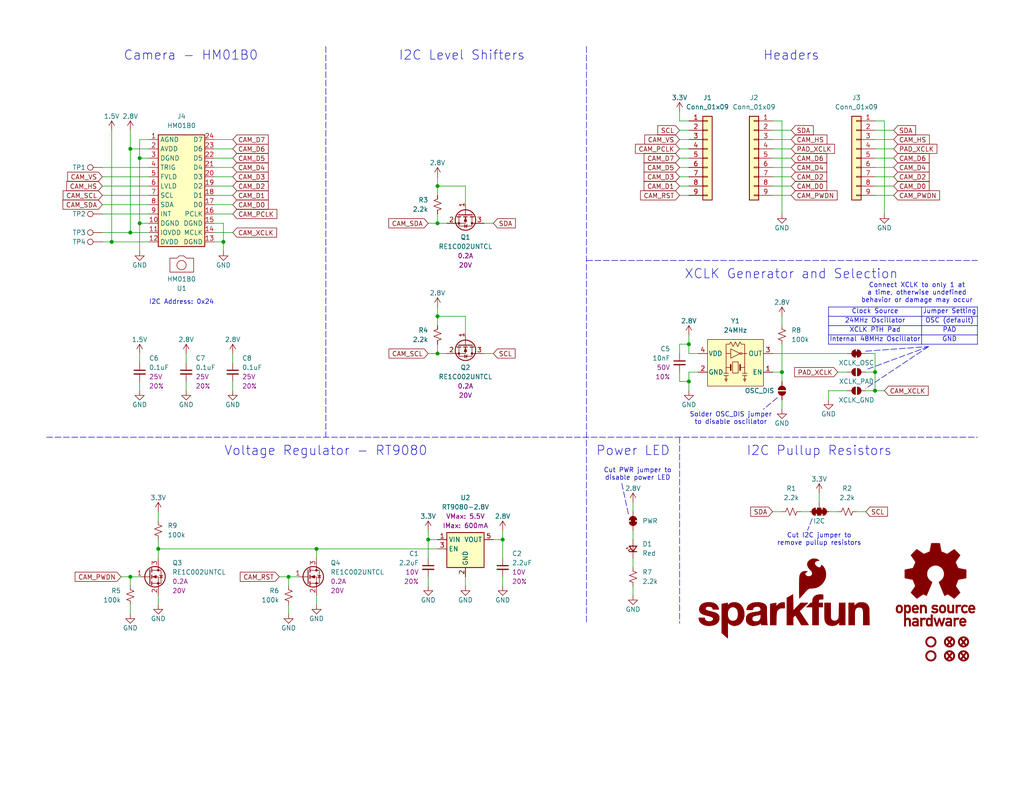
<source format=kicad_sch>
(kicad_sch (version 20250114) (generator "eeschema") (generator_version "9.0")
  (paper "USLetter")
  (title_block (title "SparkFun Camera Board - HM01B0") (date "2025-05-07") (rev "v10") (company "SparkFun Electronics") (comment 1 "Designed by: Dryw Wade"))
  (text "Connect XCLK to only 1 at\na time, otherwise undefined\nbehavior or damage may occur" (at 250.19 80.01 0) (effects (font (size 1.27 1.27))))
  (text "I2C Address: 0x24" (at 49.53 82.55 0) (effects (font (size 1.27 1.27))))
  (text "24MHz Oscillator" (at 238.76 87.63 0) (effects (font (size 1.27 1.27))))
  (text "Solder OSC_DIS jumper\nto disable oscillator" (at 199.39 114.3 0) (effects (font (size 1.27 1.27))))
  (text "Jumper Setting" (at 259.08 85.09 0) (effects (font (size 1.27 1.27))))
  (text "Cut I2C jumper to\nremove pullup resistors" (at 223.52 147.32 0) (effects (font (size 1.27 1.27))))
  (text "Camera - HM01B0" (at 52.07 15.24 0) (effects (font (size 2.54 2.54))))
  (text "Clock Source" (at 238.76 85.09 0) (effects (font (size 1.27 1.27))))
  (text "Headers" (at 215.9 15.24 0) (effects (font (size 2.54 2.54))))
  (text "I2C Pullup Resistors" (at 223.52 123.19 0) (effects (font (size 2.54 2.54))))
  (text "OSC (default)" (at 259.08 87.63 0) (effects (font (size 1.27 1.27))))
  (text "Voltage Regulator - RT9080" (at 88.9 123.19 0) (effects (font (size 2.54 2.54))))
  (text "GND" (at 259.08 92.71 0) (effects (font (size 1.27 1.27))))
  (text "Cut PWR jumper to\ndisable power LED" (at 173.99 129.54 0) (effects (font (size 1.27 1.27))))
  (text "Power LED" (at 172.72 123.19 0) (effects (font (size 2.54 2.54))))
  (text "XCLK Generator and Selection" (at 215.9 74.93 0) (effects (font (size 2.54 2.54))))
  (text "I2C Level Shifters " (at 127 15.24 0) (effects (font (size 2.54 2.54))))
  (text "XCLK PTH Pad" (at 238.76 90.17 0) (effects (font (size 1.27 1.27))))
  (text "Internal 48MHz Oscillator" (at 238.76 92.71 0) (effects (font (size 1.27 1.27))))
  (text "PAD" (at 259.08 90.17 0) (effects (font (size 1.27 1.27))))
  (junction (at 86.36 149.86))
  (junction (at 213.36 101.6))
  (junction (at 35.56 157.48))
  (junction (at 119.38 86.36))
  (junction (at 38.1 60.96))
  (junction (at 43.18 149.86))
  (junction (at 238.76 101.6))
  (junction (at 119.38 50.8))
  (junction (at 187.96 93.98))
  (junction (at 78.74 157.48))
  (junction (at 187.96 104.14))
  (junction (at 38.1 43.18))
  (junction (at 30.48 66.04))
  (junction (at 119.38 96.52))
  (junction (at 119.38 60.96))
  (junction (at 238.76 106.68))
  (junction (at 35.56 40.64))
  (junction (at 60.96 66.04))
  (junction (at 116.84 147.32))
  (junction (at 137.16 147.32))
  (junction (at 35.56 63.5))
  (wire (pts (xy 238.76 53.34) (xy 243.84 53.34)))
  (wire (pts (xy 236.22 139.7) (xy 233.68 139.7)))
  (wire (pts (xy 50.8 106.68) (xy 50.8 104.14)))
  (wire (pts (xy 185.42 104.14) (xy 187.96 104.14)))
  (polyline (pts (xy 221.615 141.605) (xy 220.345 144.78)) (stroke (width 0) (type dash)))
  (wire (pts (xy 43.18 142.24) (xy 43.18 139.7)))
  (wire (pts (xy 127 50.8) (xy 119.38 50.8)))
  (wire (pts (xy 210.82 40.64) (xy 215.9 40.64)))
  (wire (pts (xy 238.76 35.56) (xy 243.84 35.56)))
  (wire (pts (xy 27.94 55.88) (xy 40.64 55.88)))
  (polyline (pts (xy 160.02 71.12) (xy 266.7 71.12)) (stroke (width 0) (type dash)))
  (wire (pts (xy 238.76 40.64) (xy 243.84 40.64)))
  (wire (pts (xy 35.56 63.5) (xy 35.56 40.64)))
  (wire (pts (xy 185.42 48.26) (xy 187.96 48.26)))
  (wire (pts (xy 241.3 33.02) (xy 241.3 58.42)))
  (wire (pts (xy 40.64 45.72) (xy 27.94 45.72)))
  (wire (pts (xy 238.76 101.6) (xy 236.22 101.6)))
  (wire (pts (xy 185.42 53.34) (xy 187.96 53.34)))
  (wire (pts (xy 210.82 53.34) (xy 215.9 53.34)))
  (wire (pts (xy 63.5 50.8) (xy 58.42 50.8)))
  (wire (pts (xy 210.82 96.52) (xy 231.14 96.52)))
  (wire (pts (xy 185.42 38.1) (xy 187.96 38.1)))
  (wire (pts (xy 213.36 86.36) (xy 213.36 88.9)))
  (wire (pts (xy 119.38 93.98) (xy 119.38 96.52)))
  (wire (pts (xy 185.42 93.98) (xy 187.96 93.98)))
  (wire (pts (xy 86.36 165.1) (xy 86.36 162.56)))
  (wire (pts (xy 27.94 48.26) (xy 40.64 48.26)))
  (wire (pts (xy 58.42 66.04) (xy 60.96 66.04)))
  (wire (pts (xy 40.64 38.1) (xy 38.1 38.1)))
  (polyline (pts (xy 171.45 140.335) (xy 169.545 131.445)) (stroke (width 0) (type dash)))
  (wire (pts (xy 119.38 83.82) (xy 119.38 86.36)))
  (wire (pts (xy 210.82 139.7) (xy 213.36 139.7)))
  (wire (pts (xy 38.1 60.96) (xy 40.64 60.96)))
  (wire (pts (xy 172.72 152.4) (xy 172.72 154.94)))
  (wire (pts (xy 172.72 160.02) (xy 172.72 162.56)))
  (wire (pts (xy 137.16 144.78) (xy 137.16 147.32)))
  (wire (pts (xy 40.64 63.5) (xy 35.56 63.5)))
  (wire (pts (xy 63.5 55.88) (xy 58.42 55.88)))
  (wire (pts (xy 35.56 157.48) (xy 35.56 160.02)))
  (wire (pts (xy 119.38 96.52) (xy 121.92 96.52)))
  (wire (pts (xy 116.84 147.32) (xy 116.84 144.78)))
  (wire (pts (xy 185.42 33.02) (xy 185.42 30.48)))
  (wire (pts (xy 50.8 96.52) (xy 50.8 99.06)))
  (wire (pts (xy 134.62 96.52) (xy 132.08 96.52)))
  (wire (pts (xy 40.64 58.42) (xy 27.94 58.42)))
  (wire (pts (xy 210.82 101.6) (xy 213.36 101.6)))
  (wire (pts (xy 231.14 101.6) (xy 228.6 101.6)))
  (polyline (pts (xy 226.06 83.82) (xy 266.7 83.82)))
  (wire (pts (xy 223.52 134.62) (xy 223.52 137.16)))
  (wire (pts (xy 63.5 53.34) (xy 58.42 53.34)))
  (wire (pts (xy 210.82 45.72) (xy 215.9 45.72)))
  (polyline (pts (xy 160.02 12.7) (xy 160.02 170.18)) (stroke (width 0) (type dash)))
  (polyline (pts (xy 253.365 94.615) (xy 236.22 106.045)) (stroke (width 0) (type dash)))
  (wire (pts (xy 63.5 40.64) (xy 58.42 40.64)))
  (wire (pts (xy 35.56 167.64) (xy 35.56 165.1)))
  (wire (pts (xy 38.1 96.52) (xy 38.1 99.06)))
  (wire (pts (xy 190.5 101.6) (xy 187.96 101.6)))
  (wire (pts (xy 116.84 147.32) (xy 116.84 152.4)))
  (wire (pts (xy 238.76 43.18) (xy 243.84 43.18)))
  (wire (pts (xy 27.94 50.8) (xy 40.64 50.8)))
  (wire (pts (xy 78.74 167.64) (xy 78.74 165.1)))
  (wire (pts (xy 38.1 60.96) (xy 38.1 68.58)))
  (wire (pts (xy 210.82 48.26) (xy 215.9 48.26)))
  (wire (pts (xy 43.18 152.4) (xy 43.18 149.86)))
  (wire (pts (xy 27.94 63.5) (xy 35.56 63.5)))
  (wire (pts (xy 134.62 147.32) (xy 137.16 147.32)))
  (wire (pts (xy 35.56 40.64) (xy 35.56 35.56)))
  (wire (pts (xy 238.76 50.8) (xy 243.84 50.8)))
  (wire (pts (xy 238.76 45.72) (xy 243.84 45.72)))
  (wire (pts (xy 78.74 157.48) (xy 78.74 160.02)))
  (wire (pts (xy 187.96 96.52) (xy 187.96 93.98)))
  (polyline (pts (xy 226.06 93.98) (xy 266.7 93.98)))
  (polyline (pts (xy 185.42 119.38) (xy 185.42 170.18)) (stroke (width 0) (type dash)))
  (wire (pts (xy 116.84 157.48) (xy 116.84 160.02)))
  (wire (pts (xy 137.16 147.32) (xy 137.16 152.4)))
  (wire (pts (xy 218.44 139.7) (xy 220.98 139.7)))
  (wire (pts (xy 43.18 165.1) (xy 43.18 162.56)))
  (wire (pts (xy 213.36 93.98) (xy 213.36 101.6)))
  (wire (pts (xy 127 86.36) (xy 119.38 86.36)))
  (wire (pts (xy 210.82 50.8) (xy 215.9 50.8)))
  (wire (pts (xy 63.5 106.68) (xy 63.5 104.14)))
  (polyline (pts (xy 226.06 86.36) (xy 266.7 86.36)))
  (wire (pts (xy 127 55.88) (xy 127 50.8)))
  (wire (pts (xy 185.42 101.6) (xy 185.42 104.14)))
  (wire (pts (xy 172.72 137.16) (xy 172.72 139.7)))
  (wire (pts (xy 190.5 96.52) (xy 187.96 96.52)))
  (wire (pts (xy 210.82 43.18) (xy 215.9 43.18)))
  (wire (pts (xy 185.42 45.72) (xy 187.96 45.72)))
  (wire (pts (xy 187.96 104.14) (xy 187.96 106.68)))
  (wire (pts (xy 238.76 96.52) (xy 238.76 101.6)))
  (wire (pts (xy 119.38 50.8) (xy 119.38 53.34)))
  (wire (pts (xy 63.5 96.52) (xy 63.5 99.06)))
  (wire (pts (xy 33.02 157.48) (xy 35.56 157.48)))
  (wire (pts (xy 58.42 60.96) (xy 60.96 60.96)))
  (wire (pts (xy 58.42 58.42) (xy 63.5 58.42)))
  (wire (pts (xy 210.82 33.02) (xy 213.36 33.02)))
  (wire (pts (xy 185.42 40.64) (xy 187.96 40.64)))
  (wire (pts (xy 119.38 48.26) (xy 119.38 50.8)))
  (wire (pts (xy 38.1 43.18) (xy 40.64 43.18)))
  (wire (pts (xy 60.96 66.04) (xy 60.96 68.58)))
  (wire (pts (xy 43.18 147.32) (xy 43.18 149.86)))
  (wire (pts (xy 238.76 38.1) (xy 243.84 38.1)))
  (wire (pts (xy 185.42 35.56) (xy 187.96 35.56)))
  (wire (pts (xy 38.1 43.18) (xy 38.1 60.96)))
  (polyline (pts (xy 226.06 91.44) (xy 266.7 91.44)))
  (wire (pts (xy 226.06 139.7) (xy 228.6 139.7)))
  (wire (pts (xy 231.14 106.68) (xy 226.06 106.68)))
  (wire (pts (xy 78.74 157.48) (xy 81.28 157.48)))
  (wire (pts (xy 187.96 101.6) (xy 187.96 104.14)))
  (polyline (pts (xy 266.7 93.98) (xy 266.7 83.82)))
  (wire (pts (xy 119.38 60.96) (xy 121.92 60.96)))
  (wire (pts (xy 187.96 93.98) (xy 187.96 91.44)))
  (wire (pts (xy 27.94 66.04) (xy 30.48 66.04)))
  (wire (pts (xy 116.84 60.96) (xy 119.38 60.96)))
  (wire (pts (xy 63.5 63.5) (xy 58.42 63.5)))
  (polyline (pts (xy 88.9 12.7) (xy 88.9 119.38)) (stroke (width 0) (type dash)))
  (wire (pts (xy 30.48 66.04) (xy 30.48 35.56)))
  (wire (pts (xy 238.76 48.26) (xy 243.84 48.26)))
  (wire (pts (xy 238.76 106.68) (xy 238.76 101.6)))
  (wire (pts (xy 236.22 106.68) (xy 238.76 106.68)))
  (wire (pts (xy 185.42 50.8) (xy 187.96 50.8)))
  (wire (pts (xy 119.38 86.36) (xy 119.38 88.9)))
  (wire (pts (xy 127 157.48) (xy 127 160.02)))
  (wire (pts (xy 213.36 101.6) (xy 213.36 104.14)))
  (wire (pts (xy 63.5 38.1) (xy 58.42 38.1)))
  (wire (pts (xy 86.36 149.86) (xy 119.38 149.86)))
  (wire (pts (xy 63.5 48.26) (xy 58.42 48.26)))
  (wire (pts (xy 210.82 38.1) (xy 215.9 38.1)))
  (wire (pts (xy 38.1 106.68) (xy 38.1 104.14)))
  (wire (pts (xy 241.3 106.68) (xy 238.76 106.68)))
  (wire (pts (xy 238.76 33.02) (xy 241.3 33.02)))
  (wire (pts (xy 35.56 157.48) (xy 38.1 157.48)))
  (wire (pts (xy 30.48 66.04) (xy 40.64 66.04)))
  (wire (pts (xy 238.76 96.52) (xy 236.22 96.52)))
  (polyline (pts (xy 236.22 95.885) (xy 253.365 94.615)) (stroke (width 0) (type dash)))
  (wire (pts (xy 137.16 157.48) (xy 137.16 160.02)))
  (wire (pts (xy 213.36 33.02) (xy 213.36 58.42)))
  (wire (pts (xy 76.2 157.48) (xy 78.74 157.48)))
  (wire (pts (xy 43.18 149.86) (xy 86.36 149.86)))
  (polyline (pts (xy 251.46 93.98) (xy 251.46 83.82)))
  (polyline (pts (xy 226.06 83.82) (xy 226.06 93.98)))
  (wire (pts (xy 213.36 109.22) (xy 213.36 111.76)))
  (wire (pts (xy 226.06 106.68) (xy 226.06 109.22)))
  (wire (pts (xy 35.56 40.64) (xy 40.64 40.64)))
  (wire (pts (xy 127 91.44) (xy 127 86.36)))
  (wire (pts (xy 187.96 33.02) (xy 185.42 33.02)))
  (wire (pts (xy 86.36 152.4) (xy 86.36 149.86)))
  (wire (pts (xy 134.62 60.96) (xy 132.08 60.96)))
  (wire (pts (xy 119.38 147.32) (xy 116.84 147.32)))
  (wire (pts (xy 185.42 43.18) (xy 187.96 43.18)))
  (wire (pts (xy 172.72 144.78) (xy 172.72 147.32)))
  (polyline (pts (xy 212.09 108.585) (xy 208.28 111.76)) (stroke (width 0) (type dash)))
  (wire (pts (xy 119.38 58.42) (xy 119.38 60.96)))
  (wire (pts (xy 63.5 43.18) (xy 58.42 43.18)))
  (wire (pts (xy 63.5 45.72) (xy 58.42 45.72)))
  (wire (pts (xy 185.42 96.52) (xy 185.42 93.98)))
  (wire (pts (xy 38.1 38.1) (xy 38.1 43.18)))
  (polyline (pts (xy 253.365 94.615) (xy 236.22 100.965)) (stroke (width 0) (type dash)))
  (polyline (pts (xy 226.06 88.9) (xy 266.7 88.9)))
  (wire (pts (xy 210.82 35.56) (xy 215.9 35.56)))
  (wire (pts (xy 60.96 60.96) (xy 60.96 66.04)))
  (wire (pts (xy 116.84 96.52) (xy 119.38 96.52)))
  (wire (pts (xy 27.94 53.34) (xy 40.64 53.34)))
  (polyline (pts (xy 12.7 119.38) (xy 266.7 119.38)) (stroke (width 0) (type dash)))
  (global_label "CAM_VS" (shape input) (at 27.94 48.26 180) (property "Intersheetrefs" "${INTERSHEET_REFS}" (effects (hide yes))))
  (global_label "CAM_PCLK" (shape input) (at 185.42 40.64 180) (property "Intersheetrefs" "${INTERSHEET_REFS}" (effects (hide yes))))
  (global_label "SDA" (shape input) (at 215.9 35.56 0) (property "Intersheetrefs" "${INTERSHEET_REFS}" (effects (hide yes))))
  (global_label "CAM_D2" (shape input) (at 215.9 48.26 0) (property "Intersheetrefs" "${INTERSHEET_REFS}" (effects (hide yes))))
  (global_label "CAM_XCLK" (shape input) (at 63.5 63.5 0) (property "Intersheetrefs" "${INTERSHEET_REFS}" (effects (hide yes))))
  (global_label "CAM_D2" (shape input) (at 63.5 50.8 0) (property "Intersheetrefs" "${INTERSHEET_REFS}" (effects (hide yes))))
  (global_label "CAM_HS" (shape input) (at 243.84 38.1 0) (property "Intersheetrefs" "${INTERSHEET_REFS}" (effects (hide yes))))
  (global_label "CAM_D4" (shape input) (at 63.5 45.72 0) (property "Intersheetrefs" "${INTERSHEET_REFS}" (effects (hide yes))))
  (global_label "CAM_D5" (shape input) (at 185.42 45.72 180) (property "Intersheetrefs" "${INTERSHEET_REFS}" (effects (hide yes))))
  (global_label "CAM_D1" (shape input) (at 63.5 53.34 0) (property "Intersheetrefs" "${INTERSHEET_REFS}" (effects (hide yes))))
  (global_label "SCL" (shape input) (at 134.62 96.52 0) (property "Intersheetrefs" "${INTERSHEET_REFS}" (effects (hide yes))))
  (global_label "PAD_XCLK" (shape input) (at 243.84 40.64 0) (property "Intersheetrefs" "${INTERSHEET_REFS}" (effects (hide yes))))
  (global_label "CAM_D0" (shape input) (at 215.9 50.8 0) (property "Intersheetrefs" "${INTERSHEET_REFS}" (effects (hide yes))))
  (global_label "CAM_PWDN" (shape input) (at 243.84 53.34 0) (property "Intersheetrefs" "${INTERSHEET_REFS}" (effects (hide yes))))
  (global_label "CAM_D6" (shape input) (at 243.84 43.18 0) (property "Intersheetrefs" "${INTERSHEET_REFS}" (effects (hide yes))))
  (global_label "CAM_D3" (shape input) (at 63.5 48.26 0) (property "Intersheetrefs" "${INTERSHEET_REFS}" (effects (hide yes))))
  (global_label "CAM_D7" (shape input) (at 63.5 38.1 0) (property "Intersheetrefs" "${INTERSHEET_REFS}" (effects (hide yes))))
  (global_label "CAM_D6" (shape input) (at 215.9 43.18 0) (property "Intersheetrefs" "${INTERSHEET_REFS}" (effects (hide yes))))
  (global_label "PAD_XCLK" (shape input) (at 215.9 40.64 0) (property "Intersheetrefs" "${INTERSHEET_REFS}" (effects (hide yes))))
  (global_label "CAM_SDA" (shape input) (at 27.94 55.88 180) (property "Intersheetrefs" "${INTERSHEET_REFS}" (effects (hide yes))))
  (global_label "CAM_HS" (shape input) (at 27.94 50.8 180) (property "Intersheetrefs" "${INTERSHEET_REFS}" (effects (hide yes))))
  (global_label "CAM_D4" (shape input) (at 215.9 45.72 0) (property "Intersheetrefs" "${INTERSHEET_REFS}" (effects (hide yes))))
  (global_label "CAM_PWDN" (shape input) (at 33.02 157.48 180) (property "Intersheetrefs" "${INTERSHEET_REFS}" (effects (hide yes))))
  (global_label "SDA" (shape input) (at 134.62 60.96 0) (property "Intersheetrefs" "${INTERSHEET_REFS}" (effects (hide yes))))
  (global_label "CAM_RST" (shape input) (at 76.2 157.48 180) (property "Intersheetrefs" "${INTERSHEET_REFS}" (effects (hide yes))))
  (global_label "CAM_D4" (shape input) (at 243.84 45.72 0) (property "Intersheetrefs" "${INTERSHEET_REFS}" (effects (hide yes))))
  (global_label "CAM_D5" (shape input) (at 63.5 43.18 0) (property "Intersheetrefs" "${INTERSHEET_REFS}" (effects (hide yes))))
  (global_label "CAM_D0" (shape input) (at 63.5 55.88 0) (property "Intersheetrefs" "${INTERSHEET_REFS}" (effects (hide yes))))
  (global_label "CAM_VS" (shape input) (at 185.42 38.1 180) (property "Intersheetrefs" "${INTERSHEET_REFS}" (effects (hide yes))))
  (global_label "CAM_D6" (shape input) (at 63.5 40.64 0) (property "Intersheetrefs" "${INTERSHEET_REFS}" (effects (hide yes))))
  (global_label "CAM_D3" (shape input) (at 185.42 48.26 180) (property "Intersheetrefs" "${INTERSHEET_REFS}" (effects (hide yes))))
  (global_label "SDA" (shape input) (at 243.84 35.56 0) (property "Intersheetrefs" "${INTERSHEET_REFS}" (effects (hide yes))))
  (global_label "CAM_PCLK" (shape input) (at 63.5 58.42 0) (property "Intersheetrefs" "${INTERSHEET_REFS}" (effects (hide yes))))
  (global_label "SCL" (shape input) (at 236.22 139.7 0) (property "Intersheetrefs" "${INTERSHEET_REFS}" (effects (hide yes))))
  (global_label "CAM_SCL" (shape input) (at 116.84 96.52 180) (property "Intersheetrefs" "${INTERSHEET_REFS}" (effects (hide yes))))
  (global_label "SCL" (shape input) (at 185.42 35.56 180) (property "Intersheetrefs" "${INTERSHEET_REFS}" (effects (hide yes))))
  (global_label "CAM_D1" (shape input) (at 185.42 50.8 180) (property "Intersheetrefs" "${INTERSHEET_REFS}" (effects (hide yes))))
  (global_label "CAM_PWDN" (shape input) (at 215.9 53.34 0) (property "Intersheetrefs" "${INTERSHEET_REFS}" (effects (hide yes))))
  (global_label "SDA" (shape input) (at 210.82 139.7 180) (property "Intersheetrefs" "${INTERSHEET_REFS}" (effects (hide yes))))
  (global_label "CAM_XCLK" (shape input) (at 241.3 106.68 0) (property "Intersheetrefs" "${INTERSHEET_REFS}" (effects (hide yes))))
  (global_label "CAM_D0" (shape input) (at 243.84 50.8 0) (property "Intersheetrefs" "${INTERSHEET_REFS}" (effects (hide yes))))
  (global_label "CAM_D2" (shape input) (at 243.84 48.26 0) (property "Intersheetrefs" "${INTERSHEET_REFS}" (effects (hide yes))))
  (global_label "CAM_SCL" (shape input) (at 27.94 53.34 180) (property "Intersheetrefs" "${INTERSHEET_REFS}" (effects (hide yes))))
  (global_label "PAD_XCLK" (shape input) (at 228.6 101.6 180) (property "Intersheetrefs" "${INTERSHEET_REFS}" (effects (hide yes))))
  (global_label "CAM_D7" (shape input) (at 185.42 43.18 180) (property "Intersheetrefs" "${INTERSHEET_REFS}" (effects (hide yes))))
  (global_label "CAM_SDA" (shape input) (at 116.84 60.96 180) (property "Intersheetrefs" "${INTERSHEET_REFS}" (effects (hide yes))))
  (global_label "CAM_RST" (shape input) (at 185.42 53.34 180) (property "Intersheetrefs" "${INTERSHEET_REFS}" (effects (hide yes))))
  (global_label "CAM_HS" (shape input) (at 215.9 38.1 0) (property "Intersheetrefs" "${INTERSHEET_REFS}" (effects (hide yes))))
  (symbol (lib_id "SparkFun-PowerSymbol:GND") (at 172.72 162.56 0) (unit 1)
    (property "Reference" "#PWR036" (effects (hide yes)))
    (property "Value" "GND" (at 172.72 166.37 0))
    (property "Description" "Power symbol creates a global label with name \"GND\" , ground" (effects (hide yes)))
  )
  (symbol (lib_id "SparkFun-PowerSymbol:3.3V") (at 43.18 139.7 0) (unit 1)
    (property "Reference" "#PWR038" (effects (hide yes)))
    (property "Value" "3.3V" (at 43.18 135.89 0))
    (property "Description" "Power symbol creates a global label with name \"3.3V\"" (effects (hide yes)))
  )
  (symbol (lib_id "SparkFun-PowerSymbol:GND") (at 86.36 165.1 0) (unit 1)
    (property "Reference" "#PWR020" (effects (hide yes)))
    (property "Value" "GND" (at 86.36 168.91 0))
    (property "Description" "Power symbol creates a global label with name \"GND\" , ground" (effects (hide yes)))
  )
  (symbol (lib_id "SparkFun-Capacitor:0.1uF_0603_25V_20%") (at 63.5 101.6 0) (unit 1)
    (property "Reference" "C8" (at 66.04 97.7962 0) (effects (justify left)))
    (property "Value" "0.1uF" (at 66.04 100.3362 0) (effects (justify left)))
    (property "Footprint" "SparkFun-Capacitor:C_0603_1608Metric" (effects (hide yes)))
    (property "Datasheet" "https://cdn.sparkfun.com/assets/8/a/4/a/5/Kemet_Capacitor_Datasheet.pdf" (effects (hide yes)))
    (property "Description" "Unpolarized capacitor" (effects (hide yes)))
    (property "PROD_ID" "CAP-00810" (effects (hide yes)))
    (property "Voltage" "25V" (at 66.04 102.8762 0) (effects (justify left)))
    (property "Tolerance" "20%" (at 66.04 105.4162 0) (effects (justify left)))
  )
  (symbol (lib_id "SparkFun-PowerSymbol:2.8V") (at 50.8 96.52 0) (unit 1)
    (property "Reference" "#PWR033" (effects (hide yes)))
    (property "Value" "2.8V" (at 50.8 92.71 0))
    (property "Description" "Power symbol creates a global label with name \"2.8V\"" (effects (hide yes)))
  )
  (symbol (lib_id "SparkFun-PowerSymbol:GND") (at 213.36 111.76 0) (unit 1)
    (property "Reference" "#PWR027" (effects (hide yes)))
    (property "Value" "GND" (at 213.36 115.57 0))
    (property "Description" "Power symbol creates a global label with name \"GND\" , ground" (effects (hide yes)))
  )
  (symbol (lib_id "SparkFun-Jumper:SolderJumper_2_Open_No_Silk") (at 233.68 101.6 0) (unit 1)
    (property "Reference" "JP2" (effects (hide yes)))
    (property "Value" "XCLK_PAD" (at 233.68 104.14 0))
    (property "Footprint" "SparkFun-Jumper:Jumper_2_NO_NoSilk" (effects (hide yes)))
    (property "Description" "Solder Jumper, 2-pole, open" (effects (hide yes)))
  )
  (symbol (lib_id "SparkFun-Resistor:2.2k_0603") (at 231.14 139.7 0) (unit 1)
    (property "Reference" "R2" (at 231.14 133.35 0))
    (property "Value" "2.2k" (at 231.14 135.89 0))
    (property "Footprint" "SparkFun-Resistor:R_0603_1608Metric" (effects (hide yes)))
    (property "Datasheet" "https://www.vishay.com/docs/20035/dcrcwe3.pdf" (effects (hide yes)))
    (property "Description" "Resistor" (effects (hide yes)))
    (property "PROD_ID" "RES-08272" (effects (hide yes)))
  )
  (symbol (lib_id "SparkFun-PowerSymbol:2.8V") (at 213.36 86.36 0) (unit 1)
    (property "Reference" "#PWR035" (effects (hide yes)))
    (property "Value" "2.8V" (at 213.36 82.55 0))
    (property "Description" "Power symbol creates a global label with name \"2.8V\"" (effects (hide yes)))
  )
  (symbol (lib_id "SparkFun-Connector:TestPoint_1.25mm") (at 27.94 45.72 90) (mirror x) (unit 1)
    (property "Reference" "TP1" (at 21.59 45.72 90))
    (property "Value" "1.25mm" (effects (hide yes)))
    (property "Footprint" "SparkFun-Connector:TestPoint-1.25mm" (effects (hide yes)))
    (property "Description" "Test Point" (effects (hide yes)))
  )
  (symbol (lib_id "SparkFun-Hardware:Standoff") (at 254 175.26 0) (unit 1)
    (property "Reference" "ST1" (effects (hide yes)))
    (property "Value" "Standoff" (effects (hide yes)))
    (property "Footprint" "SparkFun-Hardware:Standoff" (effects (hide yes)))
    (property "Description" "Drill holes for mechanically mounting via screws, standoffs, etc." (effects (hide yes)))
  )
  (symbol (lib_id "SparkFun-Resistor:2.2k_0603") (at 172.72 157.48 90) (unit 1)
    (property "Reference" "R7" (at 175.26 156.2099 90) (effects (justify right)))
    (property "Value" "2.2k" (at 175.26 158.7499 90) (effects (justify right)))
    (property "Footprint" "SparkFun-Resistor:R_0603_1608Metric" (effects (hide yes)))
    (property "Datasheet" "https://www.vishay.com/docs/20035/dcrcwe3.pdf" (effects (hide yes)))
    (property "Description" "Resistor" (effects (hide yes)))
    (property "PROD_ID" "RES-08272" (effects (hide yes)))
  )
  (symbol (lib_id "SparkFun-Aesthetic:SparkFun_Logo") (at 213.36 167.64 0) (unit 1) (on_board no)
    (property "Reference" "G1" (effects (hide yes)))
    (property "Value" "SparkFun_Logo" (effects (hide yes)))
    (property "Footprint" "SparkFun-Aesthetic:SparkFun_Logo_8mm" (effects (hide yes)))
  )
  (symbol (lib_id "SparkFun-Camera:Camera_HM01B0_Outline") (at 49.53 72.39 0) (unit 1)
    (property "Reference" "U1" (at 49.5935 78.74 0))
    (property "Value" "HM01B0" (at 49.53 76.2 0))
    (property "Footprint" "lcd-tft:HM01B0-ANA-00FT870" (effects (hide yes)))
    (property "Datasheet" "https://mm.digikey.com/Volume0/opasdata/d220001/medias/docus/5458/HM01B0-ANA-00FT870.pdf" (effects (hide yes)))
    (property "PROD_ID" "SEN-25897" (effects (hide yes)))
  )
  (symbol (lib_id "SparkFun-Capacitor:2.2uF_0603_10V_20%") (at 137.16 154.94 0) (unit 1)
    (property "Reference" "C2" (at 139.7 151.1362 0) (effects (justify left)))
    (property "Value" "2.2uF" (at 139.7 153.6762 0) (effects (justify left)))
    (property "Footprint" "SparkFun-Capacitor:C_0603_1608Metric" (effects (hide yes)))
    (property "Datasheet" "https://cdn.sparkfun.com/assets/8/a/4/a/5/Kemet_Capacitor_Datasheet.pdf" (effects (hide yes)))
    (property "Description" "Unpolarized capacitor" (effects (hide yes)))
    (property "PROD_ID" "CAP-07888" (effects (hide yes)))
    (property "Voltage" "10V" (at 139.7 156.2162 0) (effects (justify left)))
    (property "Tolerance" "20%" (at 139.7 158.7562 0) (effects (justify left)))
  )
  (symbol (lib_id "SparkFun-Connector:Conn_01x09") (at 193.04 43.18 0) (unit 1)
    (property "Reference" "J1" (at 193.04 26.67 0))
    (property "Value" "Conn_01x09" (at 193.04 29.21 0))
    (property "Footprint" "SparkFun-Connector:1x09" (effects (hide yes)))
    (property "Description" "Basic 0.1\" PTH" (effects (hide yes)))
  )
  (symbol (lib_id "SparkFun-Regulator:RT9080-2.8") (at 127 149.86 0) (unit 1)
    (property "Reference" "U2" (at 127 135.89 0))
    (property "Value" "RT9080-2.8V" (at 127 138.43 0))
    (property "Footprint" "SparkFun-Semiconductor-Standard:SOT23-5" (effects (hide yes)))
    (property "Datasheet" "https://www.richtek.com/SaveDownload.aspx?specid=RT9080" (effects (hide yes)))
    (property "Description" "600mA low dropout linear regulator, with enable pin, 3.8V-6V input voltage range, 2.8V fixed positive output, SOT-23-5" (effects (hide yes)))
    (property "PROD_ID" "VREG-25608" (effects (hide yes)))
    (property "VMax" "5.5V" (at 127 140.97 0) (show_name yes))
    (property "IMax" "600mA" (at 127 143.51 0) (show_name yes))
    (property "Iq" "4uA" (effects (hide yes)))
  )
  (symbol (lib_id "SparkFun-Jumper:SolderJumper_3_Bridged123") (at 223.52 139.7 180) (unit 1)
    (property "Reference" "JP1" (effects (hide yes)))
    (property "Value" "I2C" (at 223.52 142.24 0))
    (property "Footprint" "SparkFun-Jumper:Jumper_3_NC-2_Trace" (effects (hide yes)))
    (property "Description" "Solder Jumper, 3-pole, pins 1+2+3 closed/bridged" (effects (hide yes)))
  )
  (symbol (lib_id "SparkFun-DiscreteSemi:Q_NMOS_0.2A_20V") (at 127 58.42 270) (unit 1)
    (property "Reference" "Q1" (at 127 64.77 90))
    (property "Value" "RE1C002UNTCL" (at 127 67.31 90))
    (property "Footprint" "SparkFun-Semiconductor-Standard:SC-89 SOT-490" (effects (hide yes)))
    (property "Datasheet" "https://fscdn.rohm.com/en/products/databook/datasheet/discrete/transistor/mosfet/re1c002untcl-e.pdf" (effects (hide yes)))
    (property "Description" "N-MOSFET transistor, drain/gate/source" (effects (hide yes)))
    (property "PROD_ID" "TRANS-14399" (effects (hide yes)))
    (property "IMax" "0.2A" (at 127 69.85 90))
    (property "VMax" "20V" (at 127 72.39 90))
  )
  (symbol (lib_id "SparkFun-Resistor:100k_0603") (at 78.74 162.56 90) (unit 1)
    (property "Reference" "R6" (at 76.2 161.2899 90) (effects (justify left)))
    (property "Value" "100k" (at 76.2 163.8299 90) (effects (justify left)))
    (property "Footprint" "SparkFun-Resistor:R_0603_1608Metric" (effects (hide yes)))
    (property "Datasheet" "https://www.vishay.com/docs/20035/dcrcwe3.pdf" (effects (hide yes)))
    (property "Description" "Resistor" (effects (hide yes)))
    (property "PROD_ID" "RES-07828" (effects (hide yes)))
  )
  (symbol (lib_id "SparkFun-Connector:TestPoint_1.25mm") (at 27.94 58.42 90) (mirror x) (unit 1)
    (property "Reference" "TP2" (at 21.59 58.42 90))
    (property "Value" "1.25mm" (effects (hide yes)))
    (property "Footprint" "SparkFun-Connector:TestPoint-1.25mm" (effects (hide yes)))
    (property "Description" "Test Point" (effects (hide yes)))
  )
  (symbol (lib_id "SparkFun-PowerSymbol:1.5V") (at 38.1 96.52 0) (unit 1)
    (property "Reference" "#PWR032" (effects (hide yes)))
    (property "Value" "1.5V" (at 38.1 92.71 0))
    (property "Description" "Power symbol creates a global label with name \"1.5V\"" (effects (hide yes)))
  )
  (symbol (lib_id "SparkFun-PowerSymbol:GND") (at 78.74 167.64 0) (unit 1)
    (property "Reference" "#PWR024" (effects (hide yes)))
    (property "Value" "GND" (at 78.74 171.45 0))
    (property "Description" "Power symbol creates a global label with name \"GND\" , ground" (effects (hide yes)))
  )
  (symbol (lib_id "SparkFun-PowerSymbol:GND") (at 116.84 160.02 0) (unit 1)
    (property "Reference" "#PWR018" (effects (hide yes)))
    (property "Value" "GND" (at 116.84 163.83 0))
    (property "Description" "Power symbol creates a global label with name \"GND\" , ground" (effects (hide yes)))
  )
  (symbol (lib_id "SparkFun-PowerSymbol:GND") (at 60.96 68.58 0) (unit 1)
    (property "Reference" "#PWR05" (effects (hide yes)))
    (property "Value" "GND" (at 60.96 72.39 0))
    (property "Description" "Power symbol creates a global label with name \"GND\" , ground" (effects (hide yes)))
  )
  (symbol (lib_id "SparkFun-Resistor:2.2k_0603") (at 119.38 55.88 270) (mirror x) (unit 1)
    (property "Reference" "R3" (at 116.84 54.6099 90) (effects (justify right)))
    (property "Value" "2.2k" (at 116.84 57.1499 90) (effects (justify right)))
    (property "Footprint" "SparkFun-Resistor:R_0603_1608Metric" (effects (hide yes)))
    (property "Datasheet" "https://www.vishay.com/docs/20035/dcrcwe3.pdf" (effects (hide yes)))
    (property "Description" "Resistor" (effects (hide yes)))
    (property "PROD_ID" "RES-08272" (effects (hide yes)))
  )
  (symbol (lib_id "SparkFun-PowerSymbol:GND") (at 137.16 160.02 0) (unit 1)
    (property "Reference" "#PWR016" (effects (hide yes)))
    (property "Value" "GND" (at 137.16 163.83 0))
    (property "Description" "Power symbol creates a global label with name \"GND\" , ground" (effects (hide yes)))
  )
  (symbol (lib_id "SparkFun-PowerSymbol:2.8V") (at 119.38 48.26 0) (unit 1)
    (property "Reference" "#PWR022" (effects (hide yes)))
    (property "Value" "2.8V" (at 119.38 44.45 0))
    (property "Description" "Power symbol creates a global label with name \"2.8V\"" (effects (hide yes)))
  )
  (symbol (lib_id "SparkFun-PowerSymbol:GND") (at 213.36 58.42 0) (unit 1)
    (property "Reference" "#PWR01" (effects (hide yes)))
    (property "Value" "GND" (at 213.36 62.23 0))
    (property "Description" "Power symbol creates a global label with name \"GND\" , ground" (effects (hide yes)))
  )
  (symbol (lib_id "SparkFun-PowerSymbol:GND") (at 226.06 109.22 0) (unit 1)
    (property "Reference" "#PWR028" (effects (hide yes)))
    (property "Value" "GND" (at 226.06 113.03 0))
    (property "Description" "Power symbol creates a global label with name \"GND\" , ground" (effects (hide yes)))
  )
  (symbol (lib_id "SparkFun-Jumper:SolderJumper_2_Bridged_No_Silk") (at 233.68 96.52 0) (unit 1)
    (property "Reference" "JP3" (effects (hide yes)))
    (property "Value" "XCLK_OSC" (at 233.68 99.06 0))
    (property "Footprint" "SparkFun-Jumper:Jumper_2_NC_Trace_NoSilk" (effects (hide yes)))
    (property "Description" "Solder Jumper, 2-pole, closed/bridged" (effects (hide yes)))
  )
  (symbol (lib_id "SparkFun-PowerSymbol:2.8V") (at 172.72 137.16 0) (unit 1)
    (property "Reference" "#PWR037" (effects (hide yes)))
    (property "Value" "2.8V" (at 172.72 133.35 0))
    (property "Description" "Power symbol creates a global label with name \"2.8V\"" (effects (hide yes)))
  )
  (symbol (lib_id "SparkFun-PowerSymbol:GND") (at 38.1 68.58 0) (unit 1)
    (property "Reference" "#PWR04" (effects (hide yes)))
    (property "Value" "GND" (at 38.1 72.39 0))
    (property "Description" "Power symbol creates a global label with name \"GND\" , ground" (effects (hide yes)))
  )
  (symbol (lib_id "SparkFun-Resistor:100k_0603") (at 35.56 162.56 90) (unit 1)
    (property "Reference" "R5" (at 33.02 161.2899 90) (effects (justify left)))
    (property "Value" "100k" (at 33.02 163.8299 90) (effects (justify left)))
    (property "Footprint" "SparkFun-Resistor:R_0603_1608Metric" (effects (hide yes)))
    (property "Datasheet" "https://www.vishay.com/docs/20035/dcrcwe3.pdf" (effects (hide yes)))
    (property "Description" "Resistor" (effects (hide yes)))
    (property "PROD_ID" "RES-07828" (effects (hide yes)))
  )
  (symbol (lib_id "SparkFun-Capacitor:0.1uF_0603_25V_20%") (at 50.8 101.6 0) (unit 1)
    (property "Reference" "C7" (at 53.34 97.7962 0) (effects (justify left)))
    (property "Value" "0.1uF" (at 53.34 100.3362 0) (effects (justify left)))
    (property "Footprint" "SparkFun-Capacitor:C_0603_1608Metric" (effects (hide yes)))
    (property "Datasheet" "https://cdn.sparkfun.com/assets/8/a/4/a/5/Kemet_Capacitor_Datasheet.pdf" (effects (hide yes)))
    (property "Description" "Unpolarized capacitor" (effects (hide yes)))
    (property "PROD_ID" "CAP-00810" (effects (hide yes)))
    (property "Voltage" "25V" (at 53.34 102.8762 0) (effects (justify left)))
    (property "Tolerance" "20%" (at 53.34 105.4162 0) (effects (justify left)))
  )
  (symbol (lib_id "SparkFun-Aesthetic:Fiducial_0.5mm") (at 262.89 179.07 0) (unit 1)
    (property "Reference" "FID4" (effects (hide yes)))
    (property "Value" "Fiducial_0.5mm" (effects (hide yes)))
    (property "Footprint" "SparkFun-Aesthetic:Fiducial_0.5mm_Mask1mm" (effects (hide yes)))
    (property "Description" "Fiducial Marker" (effects (hide yes)))
  )
  (symbol (lib_id "SparkFun-PowerSymbol:GND") (at 63.5 106.68 0) (unit 1)
    (property "Reference" "#PWR031" (effects (hide yes)))
    (property "Value" "GND" (at 63.5 110.49 0))
    (property "Description" "Power symbol creates a global label with name \"GND\" , ground" (effects (hide yes)))
  )
  (symbol (lib_id "SparkFun-Aesthetic:Fiducial_0.5mm") (at 259.08 179.07 0) (unit 1)
    (property "Reference" "FID2" (effects (hide yes)))
    (property "Value" "Fiducial_0.5mm" (effects (hide yes)))
    (property "Footprint" "SparkFun-Aesthetic:Fiducial_0.5mm_Mask1mm" (effects (hide yes)))
    (property "Description" "Fiducial Marker" (effects (hide yes)))
  )
  (symbol (lib_id "SparkFun-PowerSymbol:2.8V") (at 35.56 35.56 0) (unit 1)
    (property "Reference" "#PWR019" (effects (hide yes)))
    (property "Value" "2.8V" (at 35.56 31.75 0))
    (property "Description" "Power symbol creates a global label with name \"2.8V\"" (effects (hide yes)))
  )
  (symbol (lib_id "SparkFun-PowerSymbol:3.3V") (at 185.42 30.48 0) (unit 1)
    (property "Reference" "#PWR03" (effects (hide yes)))
    (property "Value" "3.3V" (at 185.42 26.67 0))
    (property "Description" "Power symbol creates a global label with name \"3.3V\"" (effects (hide yes)))
  )
  (symbol (lib_id "SparkFun-PowerSymbol:1.5V") (at 30.48 35.56 0) (unit 1)
    (property "Reference" "#PWR07" (effects (hide yes)))
    (property "Value" "1.5V" (at 30.48 31.75 0))
    (property "Description" "Power symbol creates a global label with name \"1.5V\"" (effects (hide yes)))
  )
  (symbol (lib_id "SparkFun-PowerSymbol:GND") (at 187.96 106.68 0) (unit 1)
    (property "Reference" "#PWR026" (effects (hide yes)))
    (property "Value" "GND" (at 187.96 110.49 0))
    (property "Description" "Power symbol creates a global label with name \"GND\" , ground" (effects (hide yes)))
  )
  (symbol (lib_id "SparkFun-PowerSymbol:GND") (at 43.18 165.1 0) (unit 1)
    (property "Reference" "#PWR06" (effects (hide yes)))
    (property "Value" "GND" (at 43.18 168.91 0))
    (property "Description" "Power symbol creates a global label with name \"GND\" , ground" (effects (hide yes)))
  )
  (symbol (lib_id "SparkFun-Connector:TestPoint_1.25mm") (at 27.94 66.04 90) (unit 1)
    (property "Reference" "TP4" (at 21.59 66.04 90))
    (property "Value" "1.25mm" (effects (hide yes)))
    (property "Footprint" "SparkFun-Connector:TestPoint-1.25mm" (effects (hide yes)))
    (property "Description" "Test Point" (effects (hide yes)))
  )
  (symbol (lib_id "SparkFun-Jumper:SolderJumper_2_Open_No_Silk") (at 233.68 106.68 0) (unit 1)
    (property "Reference" "JP6" (effects (hide yes)))
    (property "Value" "XCLK_GND" (at 233.68 109.22 0))
    (property "Footprint" "SparkFun-Jumper:Jumper_2_NO_NoSilk" (effects (hide yes)))
    (property "Description" "Solder Jumper, 2-pole, open" (effects (hide yes)))
  )
  (symbol (lib_id "SparkFun-Aesthetic:OSHW_Logo") (at 255.27 163.83 0) (unit 1) (in_bom no)
    (property "Reference" "G3" (effects (hide yes)))
    (property "Value" "OSHW_Logo" (effects (hide yes)))
    (property "Footprint" "SparkFun-Aesthetic:Creative_Commons_License" (effects (hide yes)))
  )
  (symbol (lib_id "SparkFun-Resistor:100k_0603") (at 213.36 91.44 90) (unit 1)
    (property "Reference" "R8" (at 215.9 90.1699 90) (effects (justify right)))
    (property "Value" "100k" (at 215.9 92.7099 90) (effects (justify right)))
    (property "Footprint" "SparkFun-Resistor:R_0603_1608Metric" (effects (hide yes)))
    (property "Datasheet" "https://www.vishay.com/docs/20035/dcrcwe3.pdf" (effects (hide yes)))
    (property "Description" "Resistor" (effects (hide yes)))
    (property "PROD_ID" "RES-07828" (effects (hide yes)))
  )
  (symbol (lib_id "SparkFun-Aesthetic:Fiducial_0.5mm") (at 259.08 175.26 0) (unit 1)
    (property "Reference" "FID1" (effects (hide yes)))
    (property "Value" "Fiducial_0.5mm" (effects (hide yes)))
    (property "Footprint" "SparkFun-Aesthetic:Fiducial_0.5mm_Mask1mm" (effects (hide yes)))
    (property "Description" "Fiducial Marker" (effects (hide yes)))
  )
  (symbol (lib_id "SparkFun-DiscreteSemi:Q_NMOS_0.2A_20V") (at 127 93.98 270) (unit 1)
    (property "Reference" "Q2" (at 127 100.33 90))
    (property "Value" "RE1C002UNTCL" (at 127 102.87 90))
    (property "Footprint" "SparkFun-Semiconductor-Standard:SC-89 SOT-490" (effects (hide yes)))
    (property "Datasheet" "https://fscdn.rohm.com/en/products/databook/datasheet/discrete/transistor/mosfet/re1c002untcl-e.pdf" (effects (hide yes)))
    (property "Description" "N-MOSFET transistor, drain/gate/source" (effects (hide yes)))
    (property "PROD_ID" "TRANS-14399" (effects (hide yes)))
    (property "IMax" "0.2A" (at 127 105.41 90))
    (property "VMax" "20V" (at 127 107.95 90))
  )
  (symbol (lib_id "SparkFun-PowerSymbol:2.8V") (at 119.38 83.82 0) (unit 1)
    (property "Reference" "#PWR023" (effects (hide yes)))
    (property "Value" "2.8V" (at 119.38 80.01 0))
    (property "Description" "Power symbol creates a global label with name \"2.8V\"" (effects (hide yes)))
  )
  (symbol (lib_id "SparkFun-PowerSymbol:2.8V") (at 63.5 96.52 0) (unit 1)
    (property "Reference" "#PWR034" (effects (hide yes)))
    (property "Value" "2.8V" (at 63.5 92.71 0))
    (property "Description" "Power symbol creates a global label with name \"2.8V\"" (effects (hide yes)))
  )
  (symbol (lib_id "SparkFun-Aesthetic:SparkFun_Logo") (at 213.36 167.64 0) (unit 1) (on_board no)
    (property "Reference" "G2" (effects (hide yes)))
    (property "Value" "SparkFun_Logo" (effects (hide yes)))
  )
  (symbol (lib_id "SparkFun-DiscreteSemi:Q_NMOS_0.2A_20V") (at 40.64 157.48 0) (unit 1)
    (property "Reference" "Q3" (at 46.99 153.6699 0) (effects (justify left)))
    (property "Value" "RE1C002UNTCL" (at 46.99 156.2099 0) (effects (justify left)))
    (property "Footprint" "SparkFun-Semiconductor-Standard:SC-89 SOT-490" (effects (hide yes)))
    (property "Datasheet" "https://fscdn.rohm.com/en/products/databook/datasheet/discrete/transistor/mosfet/re1c002untcl-e.pdf" (effects (hide yes)))
    (property "Description" "N-MOSFET transistor, drain/gate/source" (effects (hide yes)))
    (property "PROD_ID" "TRANS-14399" (effects (hide yes)))
    (property "IMax" "0.2A" (at 46.99 158.7499 0) (effects (justify left)))
    (property "VMax" "20V" (at 46.99 161.2899 0) (effects (justify left)))
  )
  (symbol (lib_id "SparkFun-PowerSymbol:GND") (at 50.8 106.68 0) (unit 1)
    (property "Reference" "#PWR030" (effects (hide yes)))
    (property "Value" "GND" (at 50.8 110.49 0))
    (property "Description" "Power symbol creates a global label with name \"GND\" , ground" (effects (hide yes)))
  )
  (symbol (lib_id "SparkFun-PowerSymbol:GND") (at 127 160.02 0) (unit 1)
    (property "Reference" "#PWR017" (effects (hide yes)))
    (property "Value" "GND" (at 127 163.83 0))
    (property "Description" "Power symbol creates a global label with name \"GND\" , ground" (effects (hide yes)))
  )
  (symbol (lib_id "SparkFun-Camera:Camera_HM01B0_Connector") (at 49.53 52.07 0) (unit 1)
    (property "Reference" "J4" (at 49.53 31.75 0))
    (property "Value" "HM01B0" (at 49.53 34.29 0))
    (property "Footprint" "SparkFun-Connector:FPC_2x12-1MP_P0.4mm" (effects (hide yes)))
    (property "Datasheet" "https://www.molex.com/content/dam/molex/molex-dot-com/products/automated/en-us/salesdrawingpdf/505/505550/5055502420_sd.pdf?inline" (effects (hide yes)))
    (property "Description" "Connector to mate with the HM01B0 camera" (effects (hide yes)))
    (property "PROD_ID" "CONN-25896" (effects (hide yes)))
  )
  (symbol (lib_id "SparkFun-PowerSymbol:GND") (at 35.56 167.64 0) (unit 1)
    (property "Reference" "#PWR021" (effects (hide yes)))
    (property "Value" "GND" (at 35.56 171.45 0))
    (property "Description" "Power symbol creates a global label with name \"GND\" , ground" (effects (hide yes)))
  )
  (symbol (lib_id "SparkFun-PowerSymbol:2.8V") (at 137.16 144.78 0) (unit 1)
    (property "Reference" "#PWR010" (effects (hide yes)))
    (property "Value" "2.8V" (at 137.16 140.97 0))
    (property "Description" "Power symbol creates a global label with name \"2.8V\"" (effects (hide yes)))
  )
  (symbol (lib_id "SparkFun-Capacitor:2.2uF_0603_10V_20%") (at 116.84 154.94 0) (unit 1)
    (property "Reference" "C1" (at 114.3 151.1362 0) (effects (justify right)))
    (property "Value" "2.2uF" (at 114.3 153.6762 0) (effects (justify right)))
    (property "Footprint" "SparkFun-Capacitor:C_0603_1608Metric" (effects (hide yes)))
    (property "Datasheet" "https://cdn.sparkfun.com/assets/8/a/4/a/5/Kemet_Capacitor_Datasheet.pdf" (effects (hide yes)))
    (property "Description" "Unpolarized capacitor" (effects (hide yes)))
    (property "PROD_ID" "CAP-07888" (effects (hide yes)))
    (property "Voltage" "10V" (at 114.3 156.2162 0) (effects (justify right)))
    (property "Tolerance" "20%" (at 114.3 158.7562 0) (effects (justify right)))
  )
  (symbol (lib_id "SparkFun-Jumper:SolderJumper_2_Bridged") (at 172.72 142.24 90) (unit 1)
    (property "Reference" "JP7" (effects (hide yes)))
    (property "Value" "PWR" (at 175.26 142.24 90) (effects (justify right)))
    (property "Footprint" "SparkFun-Jumper:Jumper_2_NC_Trace" (effects (hide yes)))
    (property "Description" "Solder Jumper, 2-pole, closed/bridged" (effects (hide yes)))
  )
  (symbol (lib_id "SparkFun-PowerSymbol:2.8V") (at 187.96 91.44 0) (unit 1)
    (property "Reference" "#PWR025" (effects (hide yes)))
    (property "Value" "2.8V" (at 187.96 87.63 0))
    (property "Description" "Power symbol creates a global label with name \"2.8V\"" (effects (hide yes)))
  )
  (symbol (lib_id "SparkFun-PowerSymbol:GND") (at 241.3 58.42 0) (unit 1)
    (property "Reference" "#PWR02" (effects (hide yes)))
    (property "Value" "GND" (at 241.3 62.23 0))
    (property "Description" "Power symbol creates a global label with name \"GND\" , ground" (effects (hide yes)))
  )
  (symbol (lib_id "SparkFun-LED:LED_Red_0603") (at 172.72 149.86 90) (unit 1)
    (property "Reference" "D1" (at 175.26 148.5264 90) (effects (justify right)))
    (property "Value" "Red" (at 175.26 151.0664 90) (effects (justify right)))
    (property "Footprint" "SparkFun-LED:LED_0603_1608Metric_Red" (effects (hide yes)))
    (property "Datasheet" "https://www.kingbrightusa.com/images/catalog/SPEC/APT1608SURCK.pdf" (effects (hide yes)))
    (property "Description" "Light emitting diode" (effects (hide yes)))
    (property "PROD_ID" "DIO-17976" (effects (hide yes)))
  )
  (symbol (lib_id "SparkFun-Clock:Oscillator_24MHz_3.2x2.5mm") (at 200.66 99.06 0) (unit 1)
    (property "Reference" "Y1" (at 200.66 87.63 0))
    (property "Value" "24MHz" (at 200.66 90.17 0))
    (property "Footprint" "SparkFun-Clock:Crystal_SMD_3.2x2.5mm" (effects (hide yes)))
    (property "Datasheet" "https://abracon.com/datasheets/ASEDV.pdf" (effects (hide yes)))
    (property "Description" "Oscillator clock source" (effects (hide yes)))
    (property "PROD_ID" "XTAL-25500" (effects (hide yes)))
  )
  (symbol (lib_id "SparkFun-PowerSymbol:3.3V") (at 116.84 144.78 0) (unit 1)
    (property "Reference" "#PWR08" (effects (hide yes)))
    (property "Value" "3.3V" (at 116.84 140.97 0))
    (property "Description" "Power symbol creates a global label with name \"3.3V\"" (effects (hide yes)))
  )
  (symbol (lib_id "SparkFun-Connector:TestPoint_1.25mm") (at 27.94 63.5 90) (unit 1)
    (property "Reference" "TP3" (at 21.59 63.5 90))
    (property "Value" "1.25mm" (effects (hide yes)))
    (property "Footprint" "SparkFun-Connector:TestPoint-1.25mm" (effects (hide yes)))
    (property "Description" "Test Point" (effects (hide yes)))
  )
  (symbol (lib_id "SparkFun-Aesthetic:Fiducial_0.5mm") (at 262.89 175.26 0) (unit 1)
    (property "Reference" "FID3" (effects (hide yes)))
    (property "Value" "Fiducial_0.5mm" (effects (hide yes)))
    (property "Footprint" "SparkFun-Aesthetic:Fiducial_0.5mm_Mask1mm" (effects (hide yes)))
    (property "Description" "Fiducial Marker" (effects (hide yes)))
  )
  (symbol (lib_id "SparkFun-Resistor:2.2k_0603") (at 119.38 91.44 270) (mirror x) (unit 1)
    (property "Reference" "R4" (at 116.84 90.1699 90) (effects (justify right)))
    (property "Value" "2.2k" (at 116.84 92.7099 90) (effects (justify right)))
    (property "Footprint" "SparkFun-Resistor:R_0603_1608Metric" (effects (hide yes)))
    (property "Datasheet" "https://www.vishay.com/docs/20035/dcrcwe3.pdf" (effects (hide yes)))
    (property "Description" "Resistor" (effects (hide yes)))
    (property "PROD_ID" "RES-08272" (effects (hide yes)))
  )
  (symbol (lib_id "SparkFun-Resistor:2.2k_0603") (at 215.9 139.7 0) (unit 1)
    (property "Reference" "R1" (at 215.9 133.35 0))
    (property "Value" "2.2k" (at 215.9 135.89 0))
    (property "Footprint" "SparkFun-Resistor:R_0603_1608Metric" (effects (hide yes)))
    (property "Datasheet" "https://www.vishay.com/docs/20035/dcrcwe3.pdf" (effects (hide yes)))
    (property "Description" "Resistor" (effects (hide yes)))
    (property "PROD_ID" "RES-08272" (effects (hide yes)))
  )
  (symbol (lib_id "SparkFun-PowerSymbol:GND") (at 38.1 106.68 0) (unit 1)
    (property "Reference" "#PWR029" (effects (hide yes)))
    (property "Value" "GND" (at 38.1 110.49 0))
    (property "Description" "Power symbol creates a global label with name \"GND\" , ground" (effects (hide yes)))
  )
  (symbol (lib_id "SparkFun-PowerSymbol:3.3V") (at 223.52 134.62 0) (unit 1)
    (property "Reference" "#PWR011" (effects (hide yes)))
    (property "Value" "3.3V" (at 223.52 130.81 0))
    (property "Description" "Power symbol creates a global label with name \"3.3V\"" (effects (hide yes)))
  )
  (symbol (lib_id "SparkFun-Hardware:Standoff") (at 254 179.07 0) (unit 1)
    (property "Reference" "ST2" (effects (hide yes)))
    (property "Value" "Standoff" (effects (hide yes)))
    (property "Footprint" "SparkFun-Hardware:Standoff" (effects (hide yes)))
    (property "Description" "Drill holes for mechanically mounting via screws, standoffs, etc." (effects (hide yes)))
  )
  (symbol (lib_id "SparkFun-Connector:Conn_01x09") (at 205.74 43.18 0) (mirror y) (unit 1)
    (property "Reference" "J2" (at 205.74 26.67 0))
    (property "Value" "Conn_01x09" (at 205.74 29.21 0))
    (property "Footprint" "SparkFun-Connector:1x09" (effects (hide yes)))
    (property "Description" "Basic 0.1\" PTH" (effects (hide yes)))
  )
  (symbol (lib_id "SparkFun-Capacitor:0.1uF_0603_25V_20%") (at 38.1 101.6 0) (unit 1)
    (property "Reference" "C6" (at 40.64 97.7962 0) (effects (justify left)))
    (property "Value" "0.1uF" (at 40.64 100.3362 0) (effects (justify left)))
    (property "Footprint" "SparkFun-Capacitor:C_0603_1608Metric" (effects (hide yes)))
    (property "Datasheet" "https://cdn.sparkfun.com/assets/8/a/4/a/5/Kemet_Capacitor_Datasheet.pdf" (effects (hide yes)))
    (property "Description" "Unpolarized capacitor" (effects (hide yes)))
    (property "PROD_ID" "CAP-00810" (effects (hide yes)))
    (property "Voltage" "25V" (at 40.64 102.8762 0) (effects (justify left)))
    (property "Tolerance" "20%" (at 40.64 105.4162 0) (effects (justify left)))
  )
  (symbol (lib_id "SparkFun-Capacitor:10nF_0603_50V_10%") (at 185.42 99.06 0) (unit 1)
    (property "Reference" "C5" (at 182.88 95.2562 0) (effects (justify right)))
    (property "Value" "10nF" (at 182.88 97.7962 0) (effects (justify right)))
    (property "Footprint" "SparkFun-Capacitor:C_0603_1608Metric" (effects (hide yes)))
    (property "Datasheet" "https://cdn.sparkfun.com/assets/8/a/4/a/5/Kemet_Capacitor_Datasheet.pdf" (effects (hide yes)))
    (property "Description" "Unpolarized capacitor" (effects (hide yes)))
    (property "PROD_ID" "CAP-00867" (effects (hide yes)))
    (property "Voltage" "50V" (at 182.88 100.3362 0) (effects (justify right)))
    (property "Tolerance" "10%" (at 182.88 102.8762 0) (effects (justify right)))
  )
  (symbol (lib_id "SparkFun-Resistor:100k_0603") (at 43.18 144.78 270) (unit 1)
    (property "Reference" "R9" (at 45.72 143.5099 90) (effects (justify left)))
    (property "Value" "100k" (at 45.72 146.0499 90) (effects (justify left)))
    (property "Footprint" "SparkFun-Resistor:R_0603_1608Metric" (effects (hide yes)))
    (property "Datasheet" "https://www.vishay.com/docs/20035/dcrcwe3.pdf" (effects (hide yes)))
    (property "Description" "Resistor" (effects (hide yes)))
    (property "PROD_ID" "RES-07828" (effects (hide yes)))
  )
  (symbol (lib_id "SparkFun-Connector:Conn_01x09") (at 233.68 43.18 0) (mirror y) (unit 1)
    (property "Reference" "J3" (at 233.68 26.67 0))
    (property "Value" "Conn_01x09" (at 233.68 29.21 0))
    (property "Footprint" "SparkFun-Connector:1x09" (effects (hide yes)))
    (property "Description" "Basic 0.1\" PTH" (effects (hide yes)))
  )
  (symbol (lib_id "SparkFun-DiscreteSemi:Q_NMOS_0.2A_20V") (at 83.82 157.48 0) (unit 1)
    (property "Reference" "Q4" (at 90.17 153.6699 0) (effects (justify left)))
    (property "Value" "RE1C002UNTCL" (at 90.17 156.2099 0) (effects (justify left)))
    (property "Footprint" "SparkFun-Semiconductor-Standard:SC-89 SOT-490" (effects (hide yes)))
    (property "Datasheet" "https://fscdn.rohm.com/en/products/databook/datasheet/discrete/transistor/mosfet/re1c002untcl-e.pdf" (effects (hide yes)))
    (property "Description" "N-MOSFET transistor, drain/gate/source" (effects (hide yes)))
    (property "PROD_ID" "TRANS-14399" (effects (hide yes)))
    (property "IMax" "0.2A" (at 90.17 158.7499 0) (effects (justify left)))
    (property "VMax" "20V" (at 90.17 161.2899 0) (effects (justify left)))
  )
  (symbol (lib_id "SparkFun-Jumper:SolderJumper_2_Open") (at 213.36 106.68 90) (unit 1)
    (property "Reference" "JP5" (effects (hide yes)))
    (property "Value" "OSC_DIS" (at 203.2 106.68 90) (effects (justify right)))
    (property "Footprint" "SparkFun-Jumper:Jumper_2_NO" (effects (hide yes)))
    (property "Description" "Solder Jumper, 2-pole, open" (effects (hide yes)))
  )
)
</source>
